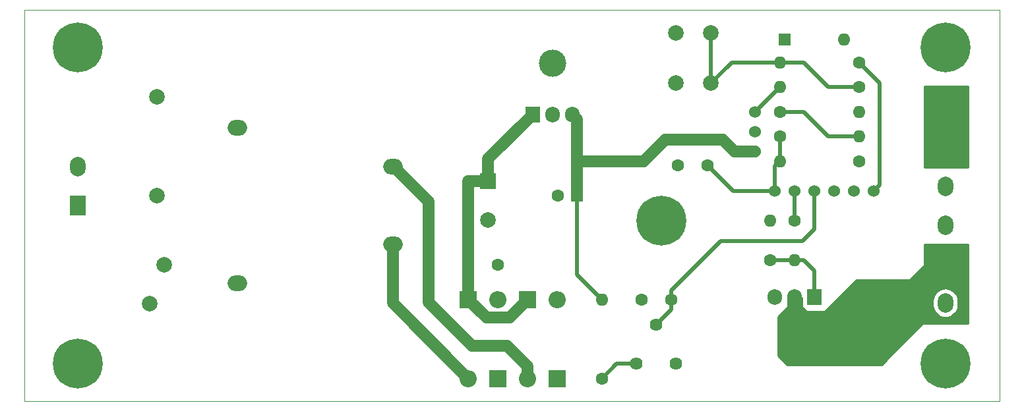
<source format=gbr>
G04 #@! TF.GenerationSoftware,KiCad,Pcbnew,5.1.5-52549c5~84~ubuntu18.04.1*
G04 #@! TF.CreationDate,2019-11-25T01:58:10+02:00*
G04 #@! TF.ProjectId,tinydimmer,74696e79-6469-46d6-9d65-722e6b696361,rev?*
G04 #@! TF.SameCoordinates,PX1d369d0PY5483e38*
G04 #@! TF.FileFunction,Copper,L1,Top*
G04 #@! TF.FilePolarity,Positive*
%FSLAX46Y46*%
G04 Gerber Fmt 4.6, Leading zero omitted, Abs format (unit mm)*
G04 Created by KiCad (PCBNEW 5.1.5-52549c5~84~ubuntu18.04.1) date 2019-11-25 01:58:10*
%MOMM*%
%LPD*%
G04 APERTURE LIST*
G04 #@! TA.AperFunction,Profile*
%ADD10C,0.050000*%
G04 #@! TD*
G04 #@! TA.AperFunction,ComponentPad*
%ADD11O,1.600000X1.600000*%
G04 #@! TD*
G04 #@! TA.AperFunction,ComponentPad*
%ADD12R,1.600000X1.600000*%
G04 #@! TD*
G04 #@! TA.AperFunction,ComponentPad*
%ADD13C,1.600000*%
G04 #@! TD*
G04 #@! TA.AperFunction,ComponentPad*
%ADD14O,2.000000X2.500000*%
G04 #@! TD*
G04 #@! TA.AperFunction,ComponentPad*
%ADD15R,2.000000X2.500000*%
G04 #@! TD*
G04 #@! TA.AperFunction,ComponentPad*
%ADD16O,2.500000X2.000000*%
G04 #@! TD*
G04 #@! TA.AperFunction,ComponentPad*
%ADD17C,6.400000*%
G04 #@! TD*
G04 #@! TA.AperFunction,ComponentPad*
%ADD18C,2.000000*%
G04 #@! TD*
G04 #@! TA.AperFunction,ComponentPad*
%ADD19R,2.000000X2.000000*%
G04 #@! TD*
G04 #@! TA.AperFunction,ComponentPad*
%ADD20R,2.200000X2.200000*%
G04 #@! TD*
G04 #@! TA.AperFunction,ComponentPad*
%ADD21O,2.200000X2.200000*%
G04 #@! TD*
G04 #@! TA.AperFunction,ComponentPad*
%ADD22C,3.500000*%
G04 #@! TD*
G04 #@! TA.AperFunction,ComponentPad*
%ADD23O,1.905000X2.000000*%
G04 #@! TD*
G04 #@! TA.AperFunction,ComponentPad*
%ADD24R,1.905000X2.000000*%
G04 #@! TD*
G04 #@! TA.AperFunction,ComponentPad*
%ADD25C,1.620000*%
G04 #@! TD*
G04 #@! TA.AperFunction,ComponentPad*
%ADD26C,1.524000*%
G04 #@! TD*
G04 #@! TA.AperFunction,ViaPad*
%ADD27C,0.800000*%
G04 #@! TD*
G04 #@! TA.AperFunction,Conductor*
%ADD28C,1.500000*%
G04 #@! TD*
G04 #@! TA.AperFunction,Conductor*
%ADD29C,0.500000*%
G04 #@! TD*
G04 #@! TA.AperFunction,Conductor*
%ADD30C,0.254000*%
G04 #@! TD*
G04 APERTURE END LIST*
D10*
X125222000Y50241200D02*
X0Y50241200D01*
X125222000Y0D02*
X125222000Y50241200D01*
X0Y0D02*
X125222000Y0D01*
X0Y50241200D02*
X0Y0D01*
D11*
G04 #@! TO.P,D5,2*
G04 #@! TO.N,GND*
X105257600Y46456600D03*
D12*
G04 #@! TO.P,D5,1*
G04 #@! TO.N,Net-(D5-Pad1)*
X97637600Y46456600D03*
G04 #@! TD*
D13*
G04 #@! TO.P,C2,2*
G04 #@! TO.N,GND*
X60807600Y17500600D03*
G04 #@! TO.P,C2,1*
G04 #@! TO.N,Net-(C1-Pad1)*
X56997600Y17500600D03*
G04 #@! TD*
G04 #@! TO.P,C4,2*
G04 #@! TO.N,GND*
X79222600Y13055600D03*
G04 #@! TO.P,C4,1*
G04 #@! TO.N,SENSE*
X83032600Y13055600D03*
G04 #@! TD*
G04 #@! TO.P,C5,2*
G04 #@! TO.N,GND*
X83921600Y30327600D03*
G04 #@! TO.P,C5,1*
G04 #@! TO.N,ENABLE*
X87731600Y30327600D03*
G04 #@! TD*
D14*
G04 #@! TO.P,J2,2*
G04 #@! TO.N,LINE*
X6832600Y30160600D03*
D15*
G04 #@! TO.P,J2,1*
G04 #@! TO.N,NEUT*
X6832600Y25160600D03*
G04 #@! TD*
D14*
G04 #@! TO.P,J1,4*
G04 #@! TO.N,GND*
X118227600Y22620600D03*
G04 #@! TO.P,J1,5*
G04 #@! TO.N,SW_NEG*
X118227600Y17620600D03*
G04 #@! TO.P,J1,6*
G04 #@! TO.N,POT_POS*
X118227600Y12620600D03*
G04 #@! TO.P,J1,3*
G04 #@! TO.N,GND*
X118227600Y27620600D03*
G04 #@! TO.P,J1,2*
G04 #@! TO.N,SW_POS*
X118227600Y32620600D03*
D15*
G04 #@! TO.P,J1,1*
X118227600Y37620600D03*
G04 #@! TD*
D16*
G04 #@! TO.P,T1,9*
G04 #@! TO.N,Net-(D1-Pad2)*
X47312600Y20120600D03*
G04 #@! TO.P,T1,7*
G04 #@! TO.N,Net-(D2-Pad2)*
X47312600Y30120600D03*
G04 #@! TO.P,T1,5*
G04 #@! TO.N,NEUT*
X27312600Y15120600D03*
G04 #@! TO.P,T1,1*
G04 #@! TO.N,Net-(F1-Pad1)*
X27312600Y35120600D03*
G04 #@! TD*
D11*
G04 #@! TO.P,R3,2*
G04 #@! TO.N,GND*
X95732600Y23215600D03*
D13*
G04 #@! TO.P,R3,1*
G04 #@! TO.N,Net-(Q1-Pad1)*
X95732600Y18135600D03*
G04 #@! TD*
D11*
G04 #@! TO.P,R2,2*
G04 #@! TO.N,Net-(Q1-Pad1)*
X98907600Y18135600D03*
D13*
G04 #@! TO.P,R2,1*
G04 #@! TO.N,PWM*
X98907600Y23215600D03*
G04 #@! TD*
D17*
G04 #@! TO.P,H5,1*
G04 #@! TO.N,GND*
X81762600Y23215600D03*
G04 #@! TD*
G04 #@! TO.P,H4,1*
G04 #@! TO.N,GND*
X118227600Y4800600D03*
G04 #@! TD*
G04 #@! TO.P,H3,1*
G04 #@! TO.N,GND*
X118227600Y45440600D03*
G04 #@! TD*
G04 #@! TO.P,H2,1*
G04 #@! TO.N,Net-(H2-Pad1)*
X6832600Y4800600D03*
G04 #@! TD*
G04 #@! TO.P,H1,1*
G04 #@! TO.N,Net-(H1-Pad1)*
X6832600Y45440600D03*
G04 #@! TD*
D18*
G04 #@! TO.P,C1,2*
G04 #@! TO.N,GND*
X59537600Y23295600D03*
D19*
G04 #@! TO.P,C1,1*
G04 #@! TO.N,Net-(C1-Pad1)*
X59537600Y28295600D03*
G04 #@! TD*
D12*
G04 #@! TO.P,C3,1*
G04 #@! TO.N,+10V*
X70967600Y26390600D03*
D13*
G04 #@! TO.P,C3,2*
G04 #@! TO.N,GND*
X68467600Y26390600D03*
G04 #@! TD*
D20*
G04 #@! TO.P,D1,1*
G04 #@! TO.N,Net-(C1-Pad1)*
X56997600Y13055600D03*
D21*
G04 #@! TO.P,D1,2*
G04 #@! TO.N,Net-(D1-Pad2)*
X56997600Y2895600D03*
G04 #@! TD*
G04 #@! TO.P,D2,2*
G04 #@! TO.N,Net-(D2-Pad2)*
X64617600Y2895600D03*
D20*
G04 #@! TO.P,D2,1*
G04 #@! TO.N,Net-(C1-Pad1)*
X64617600Y13055600D03*
G04 #@! TD*
D21*
G04 #@! TO.P,D3,2*
G04 #@! TO.N,GND*
X60807600Y13055600D03*
D20*
G04 #@! TO.P,D3,1*
G04 #@! TO.N,Net-(D1-Pad2)*
X60807600Y2895600D03*
G04 #@! TD*
G04 #@! TO.P,D4,1*
G04 #@! TO.N,Net-(D2-Pad2)*
X68427600Y2895600D03*
D21*
G04 #@! TO.P,D4,2*
G04 #@! TO.N,GND*
X68427600Y13055600D03*
G04 #@! TD*
D18*
G04 #@! TO.P,F1,1*
G04 #@! TO.N,Net-(F1-Pad1)*
X16992600Y26390600D03*
G04 #@! TO.P,F1,2*
G04 #@! TO.N,LINE*
X16992600Y39090600D03*
G04 #@! TD*
D22*
G04 #@! TO.P,HS1,1*
G04 #@! TO.N,GND*
X67792600Y43425600D03*
G04 #@! TD*
G04 #@! TO.P,HS2,1*
G04 #@! TO.N,SW_NEG*
X98907600Y6815600D03*
G04 #@! TD*
D23*
G04 #@! TO.P,Q1,3*
G04 #@! TO.N,GND*
X96367600Y13385800D03*
G04 #@! TO.P,Q1,2*
G04 #@! TO.N,SW_NEG*
X98907600Y13385800D03*
D24*
G04 #@! TO.P,Q1,1*
G04 #@! TO.N,Net-(Q1-Pad1)*
X101447600Y13385800D03*
G04 #@! TD*
D13*
G04 #@! TO.P,R1,1*
G04 #@! TO.N,POT_POS*
X74142600Y2895600D03*
D11*
G04 #@! TO.P,R1,2*
G04 #@! TO.N,+10V*
X74142600Y13055600D03*
G04 #@! TD*
D13*
G04 #@! TO.P,R4,1*
G04 #@! TO.N,Net-(R4-Pad1)*
X107162600Y40360600D03*
D11*
G04 #@! TO.P,R4,2*
G04 #@! TO.N,+5V*
X97002600Y40360600D03*
G04 #@! TD*
G04 #@! TO.P,R5,2*
G04 #@! TO.N,Net-(R4-Pad1)*
X97002600Y43535600D03*
D13*
G04 #@! TO.P,R5,1*
G04 #@! TO.N,RESET*
X107162600Y43535600D03*
G04 #@! TD*
D11*
G04 #@! TO.P,R6,2*
G04 #@! TO.N,SW_POS*
X107162600Y37185600D03*
D13*
G04 #@! TO.P,R6,1*
G04 #@! TO.N,Net-(D5-Pad1)*
X97002600Y37185600D03*
G04 #@! TD*
G04 #@! TO.P,R7,1*
G04 #@! TO.N,ENABLE*
X97002600Y34010600D03*
D11*
G04 #@! TO.P,R7,2*
G04 #@! TO.N,Net-(D5-Pad1)*
X107162600Y34010600D03*
G04 #@! TD*
G04 #@! TO.P,R8,2*
G04 #@! TO.N,ENABLE*
X97002600Y30835600D03*
D13*
G04 #@! TO.P,R8,1*
G04 #@! TO.N,GND*
X107162600Y30835600D03*
G04 #@! TD*
D18*
G04 #@! TO.P,RV1,1*
G04 #@! TO.N,Net-(F1-Pad1)*
X17945100Y17500600D03*
G04 #@! TO.P,RV1,2*
G04 #@! TO.N,NEUT*
X16045100Y12500600D03*
G04 #@! TD*
D25*
G04 #@! TO.P,RV2,3*
G04 #@! TO.N,GND*
X83587600Y4800600D03*
G04 #@! TO.P,RV2,2*
G04 #@! TO.N,SENSE*
X81087600Y9800600D03*
G04 #@! TO.P,RV2,1*
G04 #@! TO.N,POT_POS*
X78587600Y4800600D03*
G04 #@! TD*
D18*
G04 #@! TO.P,SW1,2*
G04 #@! TO.N,GND*
X83612600Y47345600D03*
G04 #@! TO.P,SW1,1*
G04 #@! TO.N,Net-(R4-Pad1)*
X88112600Y47345600D03*
G04 #@! TO.P,SW1,2*
G04 #@! TO.N,GND*
X83612600Y40845600D03*
G04 #@! TO.P,SW1,1*
G04 #@! TO.N,Net-(R4-Pad1)*
X88112600Y40845600D03*
G04 #@! TD*
D24*
G04 #@! TO.P,U1,1*
G04 #@! TO.N,Net-(C1-Pad1)*
X65239900Y36855400D03*
D23*
G04 #@! TO.P,U1,2*
G04 #@! TO.N,GND*
X67779900Y36855400D03*
G04 #@! TO.P,U1,3*
G04 #@! TO.N,+10V*
X70319900Y36855400D03*
G04 #@! TD*
D26*
G04 #@! TO.P,U2,1*
G04 #@! TO.N,ENABLE*
X96367600Y27025600D03*
G04 #@! TO.P,U2,2*
G04 #@! TO.N,PWM*
X98907600Y27025600D03*
G04 #@! TO.P,U2,3*
G04 #@! TO.N,SENSE*
X101447600Y27025600D03*
G04 #@! TO.P,U2,4*
G04 #@! TO.N,Net-(U2-Pad4)*
X103987600Y27025600D03*
G04 #@! TO.P,U2,5*
G04 #@! TO.N,Net-(U2-Pad5)*
X106527600Y27025600D03*
G04 #@! TO.P,U2,6*
G04 #@! TO.N,RESET*
X109067600Y27025600D03*
G04 #@! TO.P,U2,7*
G04 #@! TO.N,+5V*
X93827600Y37185600D03*
G04 #@! TO.P,U2,8*
G04 #@! TO.N,GND*
X93827600Y34645600D03*
G04 #@! TO.P,U2,9*
G04 #@! TO.N,+10V*
X93827600Y32105600D03*
G04 #@! TD*
D27*
G04 #@! TO.N,SW_POS*
X116179600Y39852600D03*
X117576600Y39852600D03*
X119100600Y39852600D03*
X120497600Y39852600D03*
X120497600Y30581600D03*
X116179600Y30581600D03*
X117576600Y30581600D03*
X119100600Y30581600D03*
X116179600Y38582600D03*
X120497600Y38582600D03*
X116179600Y31851600D03*
X120497600Y31851600D03*
X120497600Y35153600D03*
X116179600Y35153600D03*
X117576600Y35153600D03*
X119100600Y35153600D03*
G04 #@! TD*
D28*
G04 #@! TO.N,Net-(C1-Pad1)*
X59347601Y10705599D02*
X56997600Y13055600D01*
X62267599Y10705599D02*
X59347601Y10705599D01*
X64617600Y13055600D02*
X62267599Y10705599D01*
X57037600Y28295600D02*
X59537600Y28295600D01*
X56997600Y28255600D02*
X57037600Y28295600D01*
X56997600Y13055600D02*
X56997600Y28255600D01*
X59537600Y31153100D02*
X65239900Y36855400D01*
X59537600Y28295600D02*
X59537600Y31153100D01*
G04 #@! TO.N,+10V*
X70319900Y36855400D02*
X70967600Y36207700D01*
X70967600Y29184600D02*
X70967600Y26390600D01*
D29*
X70967600Y16230600D02*
X74142600Y13055600D01*
X70967600Y26390600D02*
X70967600Y16230600D01*
D28*
X91160600Y32105600D02*
X93827600Y32105600D01*
X70967600Y30835600D02*
X79476600Y30835600D01*
X70967600Y30835600D02*
X70967600Y29184600D01*
X70967600Y36207700D02*
X70967600Y30835600D01*
X79476600Y30835600D02*
X82270600Y33629600D01*
X89636600Y33629600D02*
X91160600Y32105600D01*
X82270600Y33629600D02*
X89636600Y33629600D01*
D29*
G04 #@! TO.N,SENSE*
X83032600Y11745600D02*
X81087600Y9800600D01*
X83032600Y13055600D02*
X83032600Y11745600D01*
X99923600Y20548600D02*
X101447600Y22072600D01*
X101447600Y22072600D02*
X101447600Y27025600D01*
X89394230Y20548600D02*
X99923600Y20548600D01*
X83032600Y14186970D02*
X89394230Y20548600D01*
X83032600Y13055600D02*
X83032600Y14186970D01*
D28*
G04 #@! TO.N,Net-(D1-Pad2)*
X47312600Y12580600D02*
X56997600Y2895600D01*
X47312600Y20120600D02*
X47312600Y12580600D01*
G04 #@! TO.N,Net-(D2-Pad2)*
X64617600Y4451234D02*
X64617600Y2895600D01*
X47425600Y30120600D02*
X51917600Y25628600D01*
X57505600Y7086600D02*
X61982234Y7086600D01*
X51917600Y25628600D02*
X51917600Y12674600D01*
X47312600Y30120600D02*
X47425600Y30120600D01*
X51917600Y12674600D02*
X57505600Y7086600D01*
X61982234Y7086600D02*
X64617600Y4451234D01*
G04 #@! TO.N,SW_NEG*
X98907600Y13385800D02*
X98907600Y6815600D01*
D29*
G04 #@! TO.N,POT_POS*
X76047600Y4800600D02*
X78587600Y4800600D01*
X74142600Y2895600D02*
X76047600Y4800600D01*
G04 #@! TO.N,Net-(Q1-Pad1)*
X95732600Y18135600D02*
X98907600Y18135600D01*
X101447600Y14885800D02*
X101447600Y13385800D01*
X101447600Y16726970D02*
X101447600Y14885800D01*
X100038970Y18135600D02*
X101447600Y16726970D01*
X98907600Y18135600D02*
X100038970Y18135600D01*
G04 #@! TO.N,PWM*
X98907600Y23215600D02*
X98907600Y27025600D01*
G04 #@! TO.N,Net-(R4-Pad1)*
X103225600Y40360600D02*
X107162600Y40360600D01*
X100050600Y43535600D02*
X103225600Y40360600D01*
X97002600Y43535600D02*
X100050600Y43535600D01*
X88112600Y40845600D02*
X88112600Y47345600D01*
X90802600Y43535600D02*
X88112600Y40845600D01*
X97002600Y43535600D02*
X90802600Y43535600D01*
G04 #@! TO.N,+5V*
X93827600Y37185600D02*
X97002600Y40360600D01*
G04 #@! TO.N,RESET*
X107962599Y42735601D02*
X107162600Y43535600D01*
X109829599Y40868601D02*
X107962599Y42735601D01*
X109829599Y27787599D02*
X109829599Y40868601D01*
X109067600Y27025600D02*
X109829599Y27787599D01*
G04 #@! TO.N,ENABLE*
X97002600Y34010600D02*
X97002600Y30835600D01*
X96367600Y30200600D02*
X97002600Y30835600D01*
X96367600Y27025600D02*
X96367600Y30200600D01*
X91033600Y27025600D02*
X87731600Y30327600D01*
X96367600Y27025600D02*
X91033600Y27025600D01*
G04 #@! TO.N,Net-(D5-Pad1)*
X97002600Y37185600D02*
X100050600Y37185600D01*
X103225600Y34010600D02*
X107162600Y34010600D01*
X100050600Y37185600D02*
X103225600Y34010600D01*
G04 #@! TD*
D30*
G04 #@! TO.N,SW_POS*
G36*
X121132600Y30073600D02*
G01*
X115544600Y30073600D01*
X115544600Y40487600D01*
X121132600Y40487600D01*
X121132600Y30073600D01*
G37*
X121132600Y30073600D02*
X115544600Y30073600D01*
X115544600Y40487600D01*
X121132600Y40487600D01*
X121132600Y30073600D01*
G04 #@! TO.N,SW_NEG*
G36*
X121132600Y10007600D02*
G01*
X115417600Y10007600D01*
X115392824Y10005160D01*
X115368999Y9997933D01*
X115347043Y9986197D01*
X115327797Y9970403D01*
X110030994Y4673600D01*
X97944206Y4673600D01*
X96748600Y5869206D01*
X96748600Y10843994D01*
X97981403Y12076797D01*
X97997197Y12096043D01*
X98008933Y12117999D01*
X98016160Y12141824D01*
X98018600Y12166600D01*
X98018600Y13309600D01*
X99796600Y13309600D01*
X99796600Y12166600D01*
X99799040Y12141824D01*
X99806267Y12117999D01*
X99818003Y12096043D01*
X99833797Y12076797D01*
X100341797Y11568797D01*
X100361043Y11553003D01*
X100382999Y11541267D01*
X100406824Y11534040D01*
X100431600Y11531600D01*
X102717600Y11531600D01*
X102742376Y11534040D01*
X102766201Y11541267D01*
X102788157Y11553003D01*
X102807403Y11568797D01*
X104189528Y12950922D01*
X116592600Y12950922D01*
X116592600Y12290279D01*
X116616257Y12050085D01*
X116709748Y11741886D01*
X116861569Y11457849D01*
X117065886Y11208886D01*
X117314848Y11004569D01*
X117598885Y10852748D01*
X117907084Y10759257D01*
X118227600Y10727689D01*
X118548115Y10759257D01*
X118856314Y10852748D01*
X119140351Y11004569D01*
X119389314Y11208886D01*
X119593631Y11457848D01*
X119745452Y11741885D01*
X119838943Y12050084D01*
X119862600Y12290278D01*
X119862600Y12950921D01*
X119838943Y13191115D01*
X119745452Y13499315D01*
X119593631Y13783352D01*
X119389314Y14032314D01*
X119140352Y14236631D01*
X118856315Y14388452D01*
X118548116Y14481943D01*
X118227600Y14513511D01*
X117907085Y14481943D01*
X117598886Y14388452D01*
X117314849Y14236631D01*
X117065886Y14032314D01*
X116861569Y13783352D01*
X116709748Y13499315D01*
X116616257Y13191116D01*
X116592600Y12950922D01*
X104189528Y12950922D01*
X106834206Y15595600D01*
X113639600Y15595600D01*
X113664376Y15598040D01*
X113688201Y15605267D01*
X113710157Y15617003D01*
X113729403Y15632797D01*
X115507403Y17410797D01*
X115523197Y17430043D01*
X115534933Y17451999D01*
X115542160Y17475824D01*
X115544600Y17500600D01*
X115544600Y20167600D01*
X121132600Y20167600D01*
X121132600Y10007600D01*
G37*
X121132600Y10007600D02*
X115417600Y10007600D01*
X115392824Y10005160D01*
X115368999Y9997933D01*
X115347043Y9986197D01*
X115327797Y9970403D01*
X110030994Y4673600D01*
X97944206Y4673600D01*
X96748600Y5869206D01*
X96748600Y10843994D01*
X97981403Y12076797D01*
X97997197Y12096043D01*
X98008933Y12117999D01*
X98016160Y12141824D01*
X98018600Y12166600D01*
X98018600Y13309600D01*
X99796600Y13309600D01*
X99796600Y12166600D01*
X99799040Y12141824D01*
X99806267Y12117999D01*
X99818003Y12096043D01*
X99833797Y12076797D01*
X100341797Y11568797D01*
X100361043Y11553003D01*
X100382999Y11541267D01*
X100406824Y11534040D01*
X100431600Y11531600D01*
X102717600Y11531600D01*
X102742376Y11534040D01*
X102766201Y11541267D01*
X102788157Y11553003D01*
X102807403Y11568797D01*
X104189528Y12950922D01*
X116592600Y12950922D01*
X116592600Y12290279D01*
X116616257Y12050085D01*
X116709748Y11741886D01*
X116861569Y11457849D01*
X117065886Y11208886D01*
X117314848Y11004569D01*
X117598885Y10852748D01*
X117907084Y10759257D01*
X118227600Y10727689D01*
X118548115Y10759257D01*
X118856314Y10852748D01*
X119140351Y11004569D01*
X119389314Y11208886D01*
X119593631Y11457848D01*
X119745452Y11741885D01*
X119838943Y12050084D01*
X119862600Y12290278D01*
X119862600Y12950921D01*
X119838943Y13191115D01*
X119745452Y13499315D01*
X119593631Y13783352D01*
X119389314Y14032314D01*
X119140352Y14236631D01*
X118856315Y14388452D01*
X118548116Y14481943D01*
X118227600Y14513511D01*
X117907085Y14481943D01*
X117598886Y14388452D01*
X117314849Y14236631D01*
X117065886Y14032314D01*
X116861569Y13783352D01*
X116709748Y13499315D01*
X116616257Y13191116D01*
X116592600Y12950922D01*
X104189528Y12950922D01*
X106834206Y15595600D01*
X113639600Y15595600D01*
X113664376Y15598040D01*
X113688201Y15605267D01*
X113710157Y15617003D01*
X113729403Y15632797D01*
X115507403Y17410797D01*
X115523197Y17430043D01*
X115534933Y17451999D01*
X115542160Y17475824D01*
X115544600Y17500600D01*
X115544600Y20167600D01*
X121132600Y20167600D01*
X121132600Y10007600D01*
G04 #@! TD*
M02*

</source>
